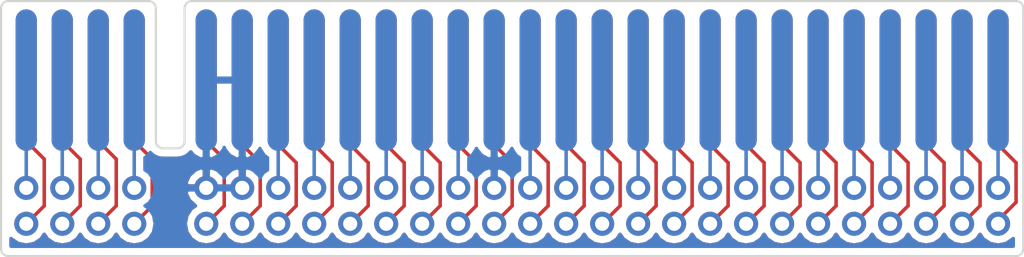
<source format=kicad_pcb>
(kicad_pcb (version 4) (host pcbnew 4.0.7)

  (general
    (links 56)
    (no_connects 1)
    (area 110.995 85.7025 186.285 114.776192)
    (thickness 1.6)
    (drawings 16)
    (tracks 137)
    (zones 0)
    (modules 2)
    (nets 53)
  )

  (page A4)
  (layers
    (0 F.Cu signal)
    (31 B.Cu signal)
    (32 B.Adhes user)
    (33 F.Adhes user)
    (34 B.Paste user)
    (35 F.Paste user)
    (36 B.SilkS user)
    (37 F.SilkS user)
    (38 B.Mask user)
    (39 F.Mask user)
    (40 Dwgs.User user)
    (41 Cmts.User user)
    (42 Eco1.User user)
    (43 Eco2.User user)
    (44 Edge.Cuts user)
    (45 Margin user)
    (46 B.CrtYd user)
    (47 F.CrtYd user)
    (48 B.Fab user)
    (49 F.Fab user)
  )

  (setup
    (last_trace_width 0.25)
    (user_trace_width 0.3)
    (user_trace_width 0.6)
    (user_trace_width 0.9)
    (user_trace_width 1.2)
    (user_trace_width 1.5)
    (user_trace_width 1.8)
    (user_trace_width 2.1)
    (user_trace_width 2.4)
    (trace_clearance 0.2)
    (zone_clearance 0.508)
    (zone_45_only no)
    (trace_min 0.2)
    (segment_width 0.2)
    (edge_width 0.15)
    (via_size 0.6)
    (via_drill 0.4)
    (via_min_size 0.4)
    (via_min_drill 0.3)
    (uvia_size 0.3)
    (uvia_drill 0.1)
    (uvias_allowed no)
    (uvia_min_size 0.2)
    (uvia_min_drill 0.1)
    (pcb_text_width 0.3)
    (pcb_text_size 1.5 1.5)
    (mod_edge_width 0.15)
    (mod_text_size 1 1)
    (mod_text_width 0.15)
    (pad_size 1.524 1.524)
    (pad_drill 0.762)
    (pad_to_mask_clearance 0.2)
    (aux_axis_origin 0 0)
    (visible_elements 7FFFFF7F)
    (pcbplotparams
      (layerselection 0x010f0_80000001)
      (usegerberextensions false)
      (usegerberattributes true)
      (excludeedgelayer true)
      (linewidth 0.100000)
      (plotframeref false)
      (viasonmask false)
      (mode 1)
      (useauxorigin false)
      (hpglpennumber 1)
      (hpglpenspeed 20)
      (hpglpendiameter 15)
      (hpglpenoverlay 2)
      (psnegative false)
      (psa4output false)
      (plotreference true)
      (plotvalue true)
      (plotinvisibletext false)
      (padsonsilk false)
      (subtractmaskfromsilk true)
      (outputformat 1)
      (mirror false)
      (drillshape 0)
      (scaleselection 1)
      (outputdirectory GERBERS/))
  )

  (net 0 "")
  (net 1 "Net-(J1-Pad28B)")
  (net 2 "Net-(J1-Pad28A)")
  (net 3 "Net-(J1-Pad27B)")
  (net 4 "Net-(J1-Pad27A)")
  (net 5 "Net-(J1-Pad26B)")
  (net 6 "Net-(J1-Pad26A)")
  (net 7 "Net-(J1-Pad25B)")
  (net 8 "Net-(J1-Pad25A)")
  (net 9 "Net-(J1-Pad24B)")
  (net 10 "Net-(J1-Pad24A)")
  (net 11 "Net-(J1-Pad23B)")
  (net 12 "Net-(J1-Pad23A)")
  (net 13 "Net-(J1-Pad22B)")
  (net 14 "Net-(J1-Pad22A)")
  (net 15 "Net-(J1-Pad21B)")
  (net 16 "Net-(J1-Pad21A)")
  (net 17 "Net-(J1-Pad20B)")
  (net 18 "Net-(J1-Pad20A)")
  (net 19 "Net-(J1-Pad19B)")
  (net 20 "Net-(J1-Pad19A)")
  (net 21 "Net-(J1-Pad18B)")
  (net 22 "Net-(J1-Pad18A)")
  (net 23 "Net-(J1-Pad17B)")
  (net 24 "Net-(J1-Pad17A)")
  (net 25 "Net-(J1-Pad16B)")
  (net 26 "Net-(J1-Pad16A)")
  (net 27 "Net-(J1-Pad15B)")
  (net 28 "Net-(J1-Pad15A)")
  (net 29 "Net-(J1-Pad14A)")
  (net 30 "Net-(J1-Pad13B)")
  (net 31 "Net-(J1-Pad13A)")
  (net 32 "Net-(J1-Pad12B)")
  (net 33 "Net-(J1-Pad12A)")
  (net 34 "Net-(J1-Pad11B)")
  (net 35 "Net-(J1-Pad11A)")
  (net 36 "Net-(J1-Pad10B)")
  (net 37 "Net-(J1-Pad10A)")
  (net 38 "Net-(J1-Pad9B)")
  (net 39 "Net-(J1-Pad9A)")
  (net 40 "Net-(J1-Pad8B)")
  (net 41 "Net-(J1-Pad8A)")
  (net 42 "Net-(J1-Pad7A)")
  (net 43 "Net-(J1-Pad6A)")
  (net 44 "Net-(J1-Pad4B)")
  (net 45 "Net-(J1-Pad4A)")
  (net 46 "Net-(J1-Pad3B)")
  (net 47 "Net-(J1-Pad3A)")
  (net 48 "Net-(J1-Pad2B)")
  (net 49 "Net-(J1-Pad2A)")
  (net 50 "Net-(J1-Pad1B)")
  (net 51 "Net-(J1-Pad1A)")
  (net 52 GND)

  (net_class Default "This is the default net class."
    (clearance 0.2)
    (trace_width 0.25)
    (via_dia 0.6)
    (via_drill 0.4)
    (uvia_dia 0.3)
    (uvia_drill 0.1)
    (add_net GND)
    (add_net "Net-(J1-Pad10A)")
    (add_net "Net-(J1-Pad10B)")
    (add_net "Net-(J1-Pad11A)")
    (add_net "Net-(J1-Pad11B)")
    (add_net "Net-(J1-Pad12A)")
    (add_net "Net-(J1-Pad12B)")
    (add_net "Net-(J1-Pad13A)")
    (add_net "Net-(J1-Pad13B)")
    (add_net "Net-(J1-Pad14A)")
    (add_net "Net-(J1-Pad15A)")
    (add_net "Net-(J1-Pad15B)")
    (add_net "Net-(J1-Pad16A)")
    (add_net "Net-(J1-Pad16B)")
    (add_net "Net-(J1-Pad17A)")
    (add_net "Net-(J1-Pad17B)")
    (add_net "Net-(J1-Pad18A)")
    (add_net "Net-(J1-Pad18B)")
    (add_net "Net-(J1-Pad19A)")
    (add_net "Net-(J1-Pad19B)")
    (add_net "Net-(J1-Pad1A)")
    (add_net "Net-(J1-Pad1B)")
    (add_net "Net-(J1-Pad20A)")
    (add_net "Net-(J1-Pad20B)")
    (add_net "Net-(J1-Pad21A)")
    (add_net "Net-(J1-Pad21B)")
    (add_net "Net-(J1-Pad22A)")
    (add_net "Net-(J1-Pad22B)")
    (add_net "Net-(J1-Pad23A)")
    (add_net "Net-(J1-Pad23B)")
    (add_net "Net-(J1-Pad24A)")
    (add_net "Net-(J1-Pad24B)")
    (add_net "Net-(J1-Pad25A)")
    (add_net "Net-(J1-Pad25B)")
    (add_net "Net-(J1-Pad26A)")
    (add_net "Net-(J1-Pad26B)")
    (add_net "Net-(J1-Pad27A)")
    (add_net "Net-(J1-Pad27B)")
    (add_net "Net-(J1-Pad28A)")
    (add_net "Net-(J1-Pad28B)")
    (add_net "Net-(J1-Pad2A)")
    (add_net "Net-(J1-Pad2B)")
    (add_net "Net-(J1-Pad3A)")
    (add_net "Net-(J1-Pad3B)")
    (add_net "Net-(J1-Pad4A)")
    (add_net "Net-(J1-Pad4B)")
    (add_net "Net-(J1-Pad6A)")
    (add_net "Net-(J1-Pad7A)")
    (add_net "Net-(J1-Pad8A)")
    (add_net "Net-(J1-Pad8B)")
    (add_net "Net-(J1-Pad9A)")
    (add_net "Net-(J1-Pad9B)")
  )

  (module G0TDJ:ZX_EDGE_HEADER_EXTEND_10 (layer F.Cu) (tedit 5C2B6AB0) (tstamp 5C2BBADA)
    (at 148.59 92.71 180)
    (path /5C2B665C)
    (fp_text reference P1 (at -33.02 6.0325 180) (layer F.SilkS) hide
      (effects (font (size 1 1) (thickness 0.15)))
    )
    (fp_text value SPECTRUM_EDGE-28x2 (at -2.54 -6.35 180) (layer F.Fab) hide
      (effects (font (size 1 1) (thickness 0.15)))
    )
    (pad 28B smd oval (at -34.29 0 180) (size 1.5 10) (layers B.Cu B.Paste B.Mask)
      (net 1 "Net-(J1-Pad28B)"))
    (pad 27B smd oval (at -31.75 0 180) (size 1.5 10) (layers B.Cu B.Paste B.Mask)
      (net 3 "Net-(J1-Pad27B)"))
    (pad 26B smd oval (at -29.21 0 180) (size 1.5 10) (layers B.Cu B.Paste B.Mask)
      (net 5 "Net-(J1-Pad26B)"))
    (pad 25B smd oval (at -26.67 0 180) (size 1.5 10) (layers B.Cu B.Paste B.Mask)
      (net 7 "Net-(J1-Pad25B)"))
    (pad 23B smd oval (at -21.59 0 180) (size 1.5 10) (layers B.Cu B.Paste B.Mask)
      (net 11 "Net-(J1-Pad23B)"))
    (pad 22B smd oval (at -19.05 0 180) (size 1.5 10) (layers B.Cu B.Paste B.Mask)
      (net 13 "Net-(J1-Pad22B)"))
    (pad 21B smd oval (at -16.51 0 180) (size 1.5 10) (layers B.Cu B.Paste B.Mask)
      (net 15 "Net-(J1-Pad21B)"))
    (pad 20B smd oval (at -13.97 0 180) (size 1.5 10) (layers B.Cu B.Paste B.Mask)
      (net 17 "Net-(J1-Pad20B)"))
    (pad 19B smd oval (at -11.43 0 180) (size 1.5 10) (layers B.Cu B.Paste B.Mask)
      (net 19 "Net-(J1-Pad19B)"))
    (pad 18B smd oval (at -8.89 0 180) (size 1.5 10) (layers B.Cu B.Paste B.Mask)
      (net 21 "Net-(J1-Pad18B)"))
    (pad 17B smd oval (at -6.35 0 180) (size 1.5 10) (layers B.Cu B.Paste B.Mask)
      (net 23 "Net-(J1-Pad17B)"))
    (pad 16B smd oval (at -3.81 0 180) (size 1.5 10) (layers B.Cu B.Paste B.Mask)
      (net 25 "Net-(J1-Pad16B)"))
    (pad 15B smd oval (at -1.27 0 180) (size 1.5 10) (layers B.Cu B.Paste B.Mask)
      (net 27 "Net-(J1-Pad15B)"))
    (pad 14B smd oval (at 1.27 0 180) (size 1.5 10) (layers B.Cu B.Paste B.Mask)
      (net 52 GND))
    (pad 13B smd oval (at 3.81 0 180) (size 1.5 10) (layers B.Cu B.Paste B.Mask)
      (net 30 "Net-(J1-Pad13B)"))
    (pad 12B smd oval (at 6.35 0 180) (size 1.5 10) (layers B.Cu B.Paste B.Mask)
      (net 32 "Net-(J1-Pad12B)"))
    (pad 11B smd oval (at 8.89 0 180) (size 1.5 10) (layers B.Cu B.Paste B.Mask)
      (net 34 "Net-(J1-Pad11B)"))
    (pad 10B smd oval (at 11.43 0 180) (size 1.5 10) (layers B.Cu B.Paste B.Mask)
      (net 36 "Net-(J1-Pad10B)"))
    (pad 9B smd oval (at 13.97 0 180) (size 1.5 10) (layers B.Cu B.Paste B.Mask)
      (net 38 "Net-(J1-Pad9B)"))
    (pad 8B smd oval (at 16.51 0 180) (size 1.5 10) (layers B.Cu B.Paste B.Mask)
      (net 40 "Net-(J1-Pad8B)"))
    (pad 7B smd oval (at 19.05 0 180) (size 1.5 10) (layers B.Cu B.Paste B.Mask)
      (net 52 GND))
    (pad 6B smd oval (at 21.59 0 180) (size 1.5 10) (layers B.Cu B.Paste B.Mask)
      (net 52 GND))
    (pad 24B smd oval (at -24.13 0 180) (size 1.5 10) (layers B.Cu B.Paste B.Mask)
      (net 9 "Net-(J1-Pad24B)"))
    (pad 4B smd oval (at 26.67 0 180) (size 1.5 10) (layers B.Cu B.Paste B.Mask)
      (net 44 "Net-(J1-Pad4B)"))
    (pad 3B smd oval (at 29.21 0 180) (size 1.5 10) (layers B.Cu B.Paste B.Mask)
      (net 46 "Net-(J1-Pad3B)"))
    (pad 2B smd oval (at 31.75 0 180) (size 1.5 10) (layers B.Cu B.Paste B.Mask)
      (net 48 "Net-(J1-Pad2B)"))
    (pad 1B smd oval (at 34.29 0 180) (size 1.5 10) (layers B.Cu B.Paste B.Mask)
      (net 50 "Net-(J1-Pad1B)"))
    (pad 1A smd oval (at 34.29 0 180) (size 1.5 10) (layers F.Cu F.Paste F.Mask)
      (net 51 "Net-(J1-Pad1A)"))
    (pad 2A smd oval (at 31.75 0 180) (size 1.5 10) (layers F.Cu F.Paste F.Mask)
      (net 49 "Net-(J1-Pad2A)"))
    (pad 3A smd oval (at 29.21 0 180) (size 1.5 10) (layers F.Cu F.Paste F.Mask)
      (net 47 "Net-(J1-Pad3A)"))
    (pad 4A smd oval (at 26.67 0 180) (size 1.5 10) (layers F.Cu F.Paste F.Mask)
      (net 45 "Net-(J1-Pad4A)"))
    (pad 24A smd oval (at -24.13 0 180) (size 1.5 10) (layers F.Cu F.Paste F.Mask)
      (net 10 "Net-(J1-Pad24A)"))
    (pad 6A smd oval (at 21.59 0 180) (size 1.5 10) (layers F.Cu F.Paste F.Mask)
      (net 43 "Net-(J1-Pad6A)"))
    (pad 7A smd oval (at 19.05 0 180) (size 1.5 10) (layers F.Cu F.Paste F.Mask)
      (net 42 "Net-(J1-Pad7A)"))
    (pad 8A smd oval (at 16.51 0 180) (size 1.5 10) (layers F.Cu F.Paste F.Mask)
      (net 41 "Net-(J1-Pad8A)"))
    (pad 9A smd oval (at 13.97 0 180) (size 1.5 10) (layers F.Cu F.Paste F.Mask)
      (net 39 "Net-(J1-Pad9A)"))
    (pad 10A smd oval (at 11.43 0 180) (size 1.5 10) (layers F.Cu F.Paste F.Mask)
      (net 37 "Net-(J1-Pad10A)"))
    (pad 11A smd oval (at 8.89 0 180) (size 1.5 10) (layers F.Cu F.Paste F.Mask)
      (net 35 "Net-(J1-Pad11A)"))
    (pad 12A smd oval (at 6.35 0 180) (size 1.5 10) (layers F.Cu F.Paste F.Mask)
      (net 33 "Net-(J1-Pad12A)"))
    (pad 13A smd oval (at 3.81 0 180) (size 1.5 10) (layers F.Cu F.Paste F.Mask)
      (net 31 "Net-(J1-Pad13A)"))
    (pad 14A smd oval (at 1.27 0 180) (size 1.5 10) (layers F.Cu F.Paste F.Mask)
      (net 29 "Net-(J1-Pad14A)"))
    (pad 15A smd oval (at -1.27 0 180) (size 1.5 10) (layers F.Cu F.Paste F.Mask)
      (net 28 "Net-(J1-Pad15A)"))
    (pad 16A smd oval (at -3.81 0 180) (size 1.5 10) (layers F.Cu F.Paste F.Mask)
      (net 26 "Net-(J1-Pad16A)"))
    (pad 17A smd oval (at -6.35 0 180) (size 1.5 10) (layers F.Cu F.Paste F.Mask)
      (net 24 "Net-(J1-Pad17A)"))
    (pad 18A smd oval (at -8.89 0 180) (size 1.5 10) (layers F.Cu F.Paste F.Mask)
      (net 22 "Net-(J1-Pad18A)"))
    (pad 19A smd oval (at -11.43 0 180) (size 1.5 10) (layers F.Cu F.Paste F.Mask)
      (net 20 "Net-(J1-Pad19A)"))
    (pad 20A smd oval (at -13.97 0 180) (size 1.5 10) (layers F.Cu F.Paste F.Mask)
      (net 18 "Net-(J1-Pad20A)"))
    (pad 21A smd oval (at -16.51 0 180) (size 1.5 10) (layers F.Cu F.Paste F.Mask)
      (net 16 "Net-(J1-Pad21A)"))
    (pad 22A smd oval (at -19.05 0 180) (size 1.5 10) (layers F.Cu F.Paste F.Mask)
      (net 14 "Net-(J1-Pad22A)"))
    (pad 23A smd oval (at -21.59 0 180) (size 1.5 10) (layers F.Cu F.Paste F.Mask)
      (net 12 "Net-(J1-Pad23A)"))
    (pad 25A smd oval (at -26.67 0 180) (size 1.5 10) (layers F.Cu F.Paste F.Mask)
      (net 8 "Net-(J1-Pad25A)"))
    (pad 26A smd oval (at -29.21 0 180) (size 1.5 10) (layers F.Cu F.Paste F.Mask)
      (net 6 "Net-(J1-Pad26A)"))
    (pad 27A smd oval (at -31.75 0 180) (size 1.5 10) (layers F.Cu F.Paste F.Mask)
      (net 4 "Net-(J1-Pad27A)"))
    (pad 28A smd oval (at -34.29 0 180) (size 1.5 10) (layers F.Cu F.Paste F.Mask)
      (net 2 "Net-(J1-Pad28A)"))
  )

  (module G0TDJ:Spectrum_Pin_Header_Straight_2x28_Pitch2.54mm (layer F.Cu) (tedit 5C2B6ABC) (tstamp 5C2BBAA0)
    (at 182.88 100.33 270)
    (descr "Through hole straight pin header, 2x28, 2.54mm pitch, double rows")
    (tags "Through hole pin header THT 2x28 2.54mm double row")
    (path /5C2B65E3)
    (fp_text reference J1 (at 1.27 -2.33 270) (layer F.SilkS) hide
      (effects (font (size 1 1) (thickness 0.15)))
    )
    (fp_text value Spectrum_Conn_02x28_Pin_Header (at 1.27 70.91 270) (layer F.Fab) hide
      (effects (font (size 1 1) (thickness 0.15)))
    )
    (fp_line (start -1.27 0) (end -1.27 -1.27) (layer F.Fab) (width 0.1))
    (fp_line (start 0 -1.27) (end -1.27 -1.27) (layer F.Fab) (width 0.1))
    (fp_line (start 0 -1.27) (end 3.81 -1.27) (layer F.Fab) (width 0.1))
    (fp_line (start 3.81 -1.27) (end 3.81 69.85) (layer F.Fab) (width 0.1))
    (fp_line (start 3.81 69.85) (end -1.27 69.85) (layer F.Fab) (width 0.1))
    (fp_line (start -1.27 69.85) (end -1.27 0) (layer F.Fab) (width 0.1))
    (fp_line (start -1.8 -1.8) (end -1.8 70.35) (layer F.CrtYd) (width 0.05))
    (fp_line (start -1.8 70.35) (end 4.35 70.35) (layer F.CrtYd) (width 0.05))
    (fp_line (start 4.35 70.35) (end 4.35 -1.8) (layer F.CrtYd) (width 0.05))
    (fp_line (start 4.35 -1.8) (end -1.8 -1.8) (layer F.CrtYd) (width 0.05))
    (fp_text user %R (at 1.27 34.29 360) (layer F.Fab) hide
      (effects (font (size 1 1) (thickness 0.15)))
    )
    (pad 28B thru_hole circle (at 0 0 270) (size 1.7 1.7) (drill 1) (layers *.Cu *.Mask)
      (net 1 "Net-(J1-Pad28B)"))
    (pad 28A thru_hole oval (at 2.54 0 270) (size 1.7 1.7) (drill 1) (layers *.Cu *.Mask)
      (net 2 "Net-(J1-Pad28A)"))
    (pad 27B thru_hole oval (at 0 2.54 270) (size 1.7 1.7) (drill 1) (layers *.Cu *.Mask)
      (net 3 "Net-(J1-Pad27B)"))
    (pad 27A thru_hole oval (at 2.54 2.54 270) (size 1.7 1.7) (drill 1) (layers *.Cu *.Mask)
      (net 4 "Net-(J1-Pad27A)"))
    (pad 26B thru_hole oval (at 0 5.08 270) (size 1.7 1.7) (drill 1) (layers *.Cu *.Mask)
      (net 5 "Net-(J1-Pad26B)"))
    (pad 26A thru_hole oval (at 2.54 5.08 270) (size 1.7 1.7) (drill 1) (layers *.Cu *.Mask)
      (net 6 "Net-(J1-Pad26A)"))
    (pad 25B thru_hole oval (at 0 7.62 270) (size 1.7 1.7) (drill 1) (layers *.Cu *.Mask)
      (net 7 "Net-(J1-Pad25B)"))
    (pad 25A thru_hole oval (at 2.54 7.62 270) (size 1.7 1.7) (drill 1) (layers *.Cu *.Mask)
      (net 8 "Net-(J1-Pad25A)"))
    (pad 24B thru_hole oval (at 0 10.16 270) (size 1.7 1.7) (drill 1) (layers *.Cu *.Mask)
      (net 9 "Net-(J1-Pad24B)"))
    (pad 24A thru_hole oval (at 2.54 10.16 270) (size 1.7 1.7) (drill 1) (layers *.Cu *.Mask)
      (net 10 "Net-(J1-Pad24A)"))
    (pad 23B thru_hole oval (at 0 12.7 270) (size 1.7 1.7) (drill 1) (layers *.Cu *.Mask)
      (net 11 "Net-(J1-Pad23B)"))
    (pad 23A thru_hole oval (at 2.54 12.7 270) (size 1.7 1.7) (drill 1) (layers *.Cu *.Mask)
      (net 12 "Net-(J1-Pad23A)"))
    (pad 22B thru_hole oval (at 0 15.24 270) (size 1.7 1.7) (drill 1) (layers *.Cu *.Mask)
      (net 13 "Net-(J1-Pad22B)"))
    (pad 22A thru_hole oval (at 2.54 15.24 270) (size 1.7 1.7) (drill 1) (layers *.Cu *.Mask)
      (net 14 "Net-(J1-Pad22A)"))
    (pad 21B thru_hole oval (at 0 17.78 270) (size 1.7 1.7) (drill 1) (layers *.Cu *.Mask)
      (net 15 "Net-(J1-Pad21B)"))
    (pad 21A thru_hole oval (at 2.54 17.78 270) (size 1.7 1.7) (drill 1) (layers *.Cu *.Mask)
      (net 16 "Net-(J1-Pad21A)"))
    (pad 20B thru_hole oval (at 0 20.32 270) (size 1.7 1.7) (drill 1) (layers *.Cu *.Mask)
      (net 17 "Net-(J1-Pad20B)"))
    (pad 20A thru_hole oval (at 2.54 20.32 270) (size 1.7 1.7) (drill 1) (layers *.Cu *.Mask)
      (net 18 "Net-(J1-Pad20A)"))
    (pad 19B thru_hole oval (at 0 22.86 270) (size 1.7 1.7) (drill 1) (layers *.Cu *.Mask)
      (net 19 "Net-(J1-Pad19B)"))
    (pad 19A thru_hole oval (at 2.54 22.86 270) (size 1.7 1.7) (drill 1) (layers *.Cu *.Mask)
      (net 20 "Net-(J1-Pad19A)"))
    (pad 18B thru_hole oval (at 0 25.4 270) (size 1.7 1.7) (drill 1) (layers *.Cu *.Mask)
      (net 21 "Net-(J1-Pad18B)"))
    (pad 18A thru_hole oval (at 2.54 25.4 270) (size 1.7 1.7) (drill 1) (layers *.Cu *.Mask)
      (net 22 "Net-(J1-Pad18A)"))
    (pad 17B thru_hole oval (at 0 27.94 270) (size 1.7 1.7) (drill 1) (layers *.Cu *.Mask)
      (net 23 "Net-(J1-Pad17B)"))
    (pad 17A thru_hole oval (at 2.54 27.94 270) (size 1.7 1.7) (drill 1) (layers *.Cu *.Mask)
      (net 24 "Net-(J1-Pad17A)"))
    (pad 16B thru_hole oval (at 0 30.48 270) (size 1.7 1.7) (drill 1) (layers *.Cu *.Mask)
      (net 25 "Net-(J1-Pad16B)"))
    (pad 16A thru_hole oval (at 2.54 30.48 270) (size 1.7 1.7) (drill 1) (layers *.Cu *.Mask)
      (net 26 "Net-(J1-Pad16A)"))
    (pad 15B thru_hole oval (at 0 33.02 270) (size 1.7 1.7) (drill 1) (layers *.Cu *.Mask)
      (net 27 "Net-(J1-Pad15B)"))
    (pad 15A thru_hole oval (at 2.54 33.02 270) (size 1.7 1.7) (drill 1) (layers *.Cu *.Mask)
      (net 28 "Net-(J1-Pad15A)"))
    (pad 14B thru_hole oval (at 0 35.56 270) (size 1.7 1.7) (drill 1) (layers *.Cu *.Mask)
      (net 52 GND))
    (pad 14A thru_hole oval (at 2.54 35.56 270) (size 1.7 1.7) (drill 1) (layers *.Cu *.Mask)
      (net 29 "Net-(J1-Pad14A)"))
    (pad 13B thru_hole oval (at 0 38.1 270) (size 1.7 1.7) (drill 1) (layers *.Cu *.Mask)
      (net 30 "Net-(J1-Pad13B)"))
    (pad 13A thru_hole oval (at 2.54 38.1 270) (size 1.7 1.7) (drill 1) (layers *.Cu *.Mask)
      (net 31 "Net-(J1-Pad13A)"))
    (pad 12B thru_hole oval (at 0 40.64 270) (size 1.7 1.7) (drill 1) (layers *.Cu *.Mask)
      (net 32 "Net-(J1-Pad12B)"))
    (pad 12A thru_hole oval (at 2.54 40.64 270) (size 1.7 1.7) (drill 1) (layers *.Cu *.Mask)
      (net 33 "Net-(J1-Pad12A)"))
    (pad 11B thru_hole oval (at 0 43.18 270) (size 1.7 1.7) (drill 1) (layers *.Cu *.Mask)
      (net 34 "Net-(J1-Pad11B)"))
    (pad 11A thru_hole oval (at 2.54 43.18 270) (size 1.7 1.7) (drill 1) (layers *.Cu *.Mask)
      (net 35 "Net-(J1-Pad11A)"))
    (pad 10B thru_hole oval (at 0 45.72 270) (size 1.7 1.7) (drill 1) (layers *.Cu *.Mask)
      (net 36 "Net-(J1-Pad10B)"))
    (pad 10A thru_hole oval (at 2.54 45.72 270) (size 1.7 1.7) (drill 1) (layers *.Cu *.Mask)
      (net 37 "Net-(J1-Pad10A)"))
    (pad 9B thru_hole oval (at 0 48.26 270) (size 1.7 1.7) (drill 1) (layers *.Cu *.Mask)
      (net 38 "Net-(J1-Pad9B)"))
    (pad 9A thru_hole oval (at 2.54 48.26 270) (size 1.7 1.7) (drill 1) (layers *.Cu *.Mask)
      (net 39 "Net-(J1-Pad9A)"))
    (pad 8B thru_hole oval (at 0 50.8 270) (size 1.7 1.7) (drill 1) (layers *.Cu *.Mask)
      (net 40 "Net-(J1-Pad8B)"))
    (pad 8A thru_hole oval (at 2.54 50.8 270) (size 1.7 1.7) (drill 1) (layers *.Cu *.Mask)
      (net 41 "Net-(J1-Pad8A)"))
    (pad 7B thru_hole oval (at 0 53.34 270) (size 1.7 1.7) (drill 1) (layers *.Cu *.Mask)
      (net 52 GND))
    (pad 7A thru_hole oval (at 2.54 53.34 270) (size 1.7 1.7) (drill 1) (layers *.Cu *.Mask)
      (net 42 "Net-(J1-Pad7A)"))
    (pad 6B thru_hole oval (at 0 55.88 270) (size 1.7 1.7) (drill 1) (layers *.Cu *.Mask)
      (net 52 GND))
    (pad 6A thru_hole oval (at 2.54 55.88 270) (size 1.7 1.7) (drill 1) (layers *.Cu *.Mask)
      (net 43 "Net-(J1-Pad6A)"))
    (pad 4B thru_hole oval (at 0 60.96 270) (size 1.7 1.7) (drill 1) (layers *.Cu *.Mask)
      (net 44 "Net-(J1-Pad4B)"))
    (pad 4A thru_hole oval (at 2.54 60.96 270) (size 1.7 1.7) (drill 1) (layers *.Cu *.Mask)
      (net 45 "Net-(J1-Pad4A)"))
    (pad 3B thru_hole oval (at 0 63.5 270) (size 1.7 1.7) (drill 1) (layers *.Cu *.Mask)
      (net 46 "Net-(J1-Pad3B)"))
    (pad 3A thru_hole oval (at 2.54 63.5 270) (size 1.7 1.7) (drill 1) (layers *.Cu *.Mask)
      (net 47 "Net-(J1-Pad3A)"))
    (pad 2B thru_hole oval (at 0 66.04 270) (size 1.7 1.7) (drill 1) (layers *.Cu *.Mask)
      (net 48 "Net-(J1-Pad2B)"))
    (pad 2A thru_hole oval (at 2.54 66.04 270) (size 1.7 1.7) (drill 1) (layers *.Cu *.Mask)
      (net 49 "Net-(J1-Pad2A)"))
    (pad 1B thru_hole oval (at 0 68.58 270) (size 1.7 1.7) (drill 1) (layers *.Cu *.Mask)
      (net 50 "Net-(J1-Pad1B)"))
    (pad 1A thru_hole oval (at 2.54 68.58 270) (size 1.7 1.7) (drill 1) (layers *.Cu *.Mask)
      (net 51 "Net-(J1-Pad1A)"))
    (model ${KISYS3DMOD}/Pin_Headers.3dshapes/Pin_Header_Straight_2x28_Pitch2.54mm.wrl
      (at (xyz 0 0 0))
      (scale (xyz 1 1 1))
      (rotate (xyz 0 0 0))
    )
  )

  (gr_line (start 122.936 87.122) (end 113.03 87.122) (angle 90) (layer Edge.Cuts) (width 0.15))
  (gr_line (start 184.15 87.122) (end 125.984 87.122) (angle 90) (layer Edge.Cuts) (width 0.15))
  (gr_line (start 112.522 87.63) (end 112.522 104.648) (angle 90) (layer Edge.Cuts) (width 0.15))
  (gr_line (start 184.658 104.648) (end 184.658 87.63) (angle 90) (layer Edge.Cuts) (width 0.15))
  (gr_line (start 123.444 87.63) (end 123.444 97.028) (angle 90) (layer Edge.Cuts) (width 0.15))
  (gr_line (start 125.476 97.028) (end 125.476 87.63) (angle 90) (layer Edge.Cuts) (width 0.15))
  (gr_line (start 123.952 97.536) (end 124.968 97.536) (angle 90) (layer Edge.Cuts) (width 0.15))
  (gr_line (start 184.15 105.156) (end 113.03 105.156) (angle 90) (layer Edge.Cuts) (width 0.15))
  (gr_arc (start 113.03 104.648) (end 113.03 105.156) (angle 90) (layer Edge.Cuts) (width 0.15))
  (gr_arc (start 113.03 87.63) (end 112.522 87.63) (angle 90) (layer Edge.Cuts) (width 0.15))
  (gr_arc (start 184.15 87.63) (end 184.15 87.122) (angle 90) (layer Edge.Cuts) (width 0.15))
  (gr_arc (start 184.15 104.648) (end 184.658 104.648) (angle 90) (layer Edge.Cuts) (width 0.15))
  (gr_arc (start 124.968 97.028) (end 125.476 97.028) (angle 90) (layer Edge.Cuts) (width 0.15))
  (gr_arc (start 123.952 97.028) (end 123.952 97.536) (angle 90) (layer Edge.Cuts) (width 0.15))
  (gr_arc (start 125.984 87.63) (end 125.476 87.63) (angle 90) (layer Edge.Cuts) (width 0.15))
  (gr_arc (start 122.936 87.63) (end 122.936 87.122) (angle 90) (layer Edge.Cuts) (width 0.15))

  (segment (start 182.88 100.33) (end 182.88 92.71) (width 0.25) (layer B.Cu) (net 1))
  (segment (start 182.88 102.87) (end 182.88 102.616) (width 0.25) (layer F.Cu) (net 2))
  (segment (start 182.88 102.616) (end 184.15 101.346) (width 0.25) (layer F.Cu) (net 2) (tstamp 5C2BF79E))
  (segment (start 184.15 101.346) (end 184.15 98.552) (width 0.25) (layer F.Cu) (net 2) (tstamp 5C2BF79F))
  (segment (start 184.15 98.552) (end 182.88 97.282) (width 0.25) (layer F.Cu) (net 2) (tstamp 5C2BF7A1))
  (segment (start 182.88 97.282) (end 182.88 92.71) (width 0.25) (layer F.Cu) (net 2) (tstamp 5C2BF7A6))
  (segment (start 180.34 100.33) (end 180.34 92.71) (width 0.25) (layer B.Cu) (net 3))
  (segment (start 180.34 102.87) (end 181.61 101.6) (width 0.25) (layer F.Cu) (net 4))
  (segment (start 181.61 98.552) (end 180.34 97.282) (width 0.25) (layer F.Cu) (net 4) (tstamp 5C2BF799))
  (segment (start 181.61 101.6) (end 181.61 98.552) (width 0.25) (layer F.Cu) (net 4) (tstamp 5C2BF798))
  (segment (start 180.34 97.282) (end 180.34 92.71) (width 0.25) (layer F.Cu) (net 4) (tstamp 5C2BF79A))
  (segment (start 177.8 100.33) (end 177.8 92.71) (width 0.25) (layer B.Cu) (net 5))
  (segment (start 177.8 102.87) (end 179.07 101.6) (width 0.25) (layer F.Cu) (net 6))
  (segment (start 179.07 98.552) (end 177.8 97.282) (width 0.25) (layer F.Cu) (net 6) (tstamp 5C2BF793))
  (segment (start 179.07 101.6) (end 179.07 98.552) (width 0.25) (layer F.Cu) (net 6) (tstamp 5C2BF792))
  (segment (start 177.8 97.282) (end 177.8 92.71) (width 0.25) (layer F.Cu) (net 6) (tstamp 5C2BF794))
  (segment (start 175.26 100.33) (end 175.26 92.71) (width 0.25) (layer B.Cu) (net 7))
  (segment (start 175.26 102.87) (end 176.53 101.6) (width 0.25) (layer F.Cu) (net 8))
  (segment (start 176.53 98.552) (end 175.26 97.282) (width 0.25) (layer F.Cu) (net 8) (tstamp 5C2BF78D))
  (segment (start 176.53 101.6) (end 176.53 98.552) (width 0.25) (layer F.Cu) (net 8) (tstamp 5C2BF78C))
  (segment (start 175.26 97.282) (end 175.26 92.71) (width 0.25) (layer F.Cu) (net 8) (tstamp 5C2BF78E))
  (segment (start 172.72 100.33) (end 172.72 92.71) (width 0.25) (layer B.Cu) (net 9))
  (segment (start 172.72 102.87) (end 173.99 101.6) (width 0.25) (layer F.Cu) (net 10))
  (segment (start 173.99 98.552) (end 172.72 97.282) (width 0.25) (layer F.Cu) (net 10) (tstamp 5C2BF787))
  (segment (start 173.99 101.6) (end 173.99 98.552) (width 0.25) (layer F.Cu) (net 10) (tstamp 5C2BF786))
  (segment (start 172.72 97.282) (end 172.72 92.71) (width 0.25) (layer F.Cu) (net 10) (tstamp 5C2BF788))
  (segment (start 170.18 100.33) (end 170.18 92.71) (width 0.25) (layer B.Cu) (net 11))
  (segment (start 170.18 102.87) (end 171.45 101.6) (width 0.25) (layer F.Cu) (net 12))
  (segment (start 171.45 98.552) (end 170.18 97.282) (width 0.25) (layer F.Cu) (net 12) (tstamp 5C2BF77C))
  (segment (start 171.45 101.6) (end 171.45 98.552) (width 0.25) (layer F.Cu) (net 12) (tstamp 5C2BF77B))
  (segment (start 170.18 97.282) (end 170.18 92.71) (width 0.25) (layer F.Cu) (net 12) (tstamp 5C2BF77D))
  (segment (start 167.64 100.33) (end 167.64 92.71) (width 0.25) (layer B.Cu) (net 13))
  (segment (start 167.64 102.87) (end 168.91 101.6) (width 0.25) (layer F.Cu) (net 14))
  (segment (start 168.91 98.552) (end 167.64 97.282) (width 0.25) (layer F.Cu) (net 14) (tstamp 5C2BF776))
  (segment (start 168.91 101.6) (end 168.91 98.552) (width 0.25) (layer F.Cu) (net 14) (tstamp 5C2BF775))
  (segment (start 167.64 97.282) (end 167.64 92.71) (width 0.25) (layer F.Cu) (net 14) (tstamp 5C2BF777))
  (segment (start 165.1 100.33) (end 165.1 92.71) (width 0.25) (layer B.Cu) (net 15))
  (segment (start 165.1 102.87) (end 166.37 101.6) (width 0.25) (layer F.Cu) (net 16))
  (segment (start 166.37 98.552) (end 165.1 97.282) (width 0.25) (layer F.Cu) (net 16) (tstamp 5C2BF770))
  (segment (start 166.37 101.6) (end 166.37 98.552) (width 0.25) (layer F.Cu) (net 16) (tstamp 5C2BF76F))
  (segment (start 165.1 97.282) (end 165.1 92.71) (width 0.25) (layer F.Cu) (net 16) (tstamp 5C2BF771))
  (segment (start 162.56 100.33) (end 162.56 92.71) (width 0.25) (layer B.Cu) (net 17))
  (segment (start 162.56 102.87) (end 163.83 101.6) (width 0.25) (layer F.Cu) (net 18))
  (segment (start 163.83 98.552) (end 162.56 97.282) (width 0.25) (layer F.Cu) (net 18) (tstamp 5C2BF76A))
  (segment (start 163.83 101.6) (end 163.83 98.552) (width 0.25) (layer F.Cu) (net 18) (tstamp 5C2BF769))
  (segment (start 162.56 97.282) (end 162.56 92.71) (width 0.25) (layer F.Cu) (net 18) (tstamp 5C2BF76B))
  (segment (start 160.02 100.33) (end 160.02 92.71) (width 0.25) (layer B.Cu) (net 19))
  (segment (start 160.02 102.87) (end 161.29 101.6) (width 0.25) (layer F.Cu) (net 20))
  (segment (start 161.29 98.552) (end 160.02 97.282) (width 0.25) (layer F.Cu) (net 20) (tstamp 5C2BF764))
  (segment (start 161.29 101.6) (end 161.29 98.552) (width 0.25) (layer F.Cu) (net 20) (tstamp 5C2BF763))
  (segment (start 160.02 97.282) (end 160.02 92.71) (width 0.25) (layer F.Cu) (net 20) (tstamp 5C2BF765))
  (segment (start 157.48 100.33) (end 157.48 92.71) (width 0.25) (layer B.Cu) (net 21))
  (segment (start 157.48 102.87) (end 158.75 101.6) (width 0.25) (layer F.Cu) (net 22))
  (segment (start 158.75 98.552) (end 157.48 97.282) (width 0.25) (layer F.Cu) (net 22) (tstamp 5C2BF75E))
  (segment (start 158.75 101.6) (end 158.75 98.552) (width 0.25) (layer F.Cu) (net 22) (tstamp 5C2BF75D))
  (segment (start 157.48 97.282) (end 157.48 92.71) (width 0.25) (layer F.Cu) (net 22) (tstamp 5C2BF75F))
  (segment (start 154.94 100.33) (end 154.94 92.71) (width 0.25) (layer B.Cu) (net 23))
  (segment (start 154.94 102.87) (end 156.21 101.6) (width 0.25) (layer F.Cu) (net 24))
  (segment (start 156.21 98.552) (end 154.94 97.282) (width 0.25) (layer F.Cu) (net 24) (tstamp 5C2BF758))
  (segment (start 156.21 101.6) (end 156.21 98.552) (width 0.25) (layer F.Cu) (net 24) (tstamp 5C2BF757))
  (segment (start 154.94 97.282) (end 154.94 92.71) (width 0.25) (layer F.Cu) (net 24) (tstamp 5C2BF759))
  (segment (start 152.4 100.33) (end 152.4 92.71) (width 0.25) (layer B.Cu) (net 25))
  (segment (start 152.4 102.87) (end 153.67 101.6) (width 0.25) (layer F.Cu) (net 26))
  (segment (start 153.67 98.552) (end 152.4 97.282) (width 0.25) (layer F.Cu) (net 26) (tstamp 5C2BF752))
  (segment (start 153.67 101.6) (end 153.67 98.552) (width 0.25) (layer F.Cu) (net 26) (tstamp 5C2BF751))
  (segment (start 152.4 97.282) (end 152.4 92.71) (width 0.25) (layer F.Cu) (net 26) (tstamp 5C2BF753))
  (segment (start 149.86 100.33) (end 149.86 92.71) (width 0.25) (layer B.Cu) (net 27))
  (segment (start 149.86 102.87) (end 151.13 101.6) (width 0.25) (layer F.Cu) (net 28))
  (segment (start 151.13 98.552) (end 149.86 97.282) (width 0.25) (layer F.Cu) (net 28) (tstamp 5C2BF74C))
  (segment (start 151.13 101.6) (end 151.13 98.552) (width 0.25) (layer F.Cu) (net 28) (tstamp 5C2BF74B))
  (segment (start 149.86 97.282) (end 149.86 92.71) (width 0.25) (layer F.Cu) (net 28) (tstamp 5C2BF74D))
  (segment (start 147.32 102.87) (end 148.59 101.6) (width 0.25) (layer F.Cu) (net 29))
  (segment (start 148.59 98.552) (end 147.32 97.282) (width 0.25) (layer F.Cu) (net 29) (tstamp 5C2BF746))
  (segment (start 148.59 101.6) (end 148.59 98.552) (width 0.25) (layer F.Cu) (net 29) (tstamp 5C2BF745))
  (segment (start 147.32 97.282) (end 147.32 92.71) (width 0.25) (layer F.Cu) (net 29) (tstamp 5C2BF747))
  (segment (start 144.78 100.33) (end 144.78 92.71) (width 0.25) (layer B.Cu) (net 30))
  (segment (start 144.78 102.87) (end 146.05 101.6) (width 0.25) (layer F.Cu) (net 31))
  (segment (start 146.05 98.552) (end 144.78 97.282) (width 0.25) (layer F.Cu) (net 31) (tstamp 5C2BF740))
  (segment (start 146.05 101.6) (end 146.05 98.552) (width 0.25) (layer F.Cu) (net 31) (tstamp 5C2BF73F))
  (segment (start 144.78 97.282) (end 144.78 92.71) (width 0.25) (layer F.Cu) (net 31) (tstamp 5C2BF741))
  (segment (start 142.24 100.33) (end 142.24 92.71) (width 0.25) (layer B.Cu) (net 32))
  (segment (start 142.24 102.87) (end 143.51 101.6) (width 0.25) (layer F.Cu) (net 33))
  (segment (start 143.51 98.552) (end 142.24 97.282) (width 0.25) (layer F.Cu) (net 33) (tstamp 5C2BF737))
  (segment (start 143.51 101.6) (end 143.51 98.552) (width 0.25) (layer F.Cu) (net 33) (tstamp 5C2BF734))
  (segment (start 142.24 97.282) (end 142.24 92.71) (width 0.25) (layer F.Cu) (net 33) (tstamp 5C2BF73B))
  (segment (start 139.7 100.33) (end 139.7 92.71) (width 0.25) (layer B.Cu) (net 34))
  (segment (start 139.7 102.87) (end 140.97 101.6) (width 0.25) (layer F.Cu) (net 35))
  (segment (start 140.97 98.552) (end 139.7 97.282) (width 0.25) (layer F.Cu) (net 35) (tstamp 5C2BF72E))
  (segment (start 140.97 101.6) (end 140.97 98.552) (width 0.25) (layer F.Cu) (net 35) (tstamp 5C2BF72D))
  (segment (start 139.7 97.282) (end 139.7 92.71) (width 0.25) (layer F.Cu) (net 35) (tstamp 5C2BF72F))
  (segment (start 137.16 100.33) (end 137.16 92.71) (width 0.25) (layer B.Cu) (net 36))
  (segment (start 137.16 102.87) (end 138.43 101.6) (width 0.25) (layer F.Cu) (net 37))
  (segment (start 138.43 98.552) (end 137.16 97.282) (width 0.25) (layer F.Cu) (net 37) (tstamp 5C2BF728))
  (segment (start 138.43 101.6) (end 138.43 98.552) (width 0.25) (layer F.Cu) (net 37) (tstamp 5C2BF727))
  (segment (start 137.16 97.282) (end 137.16 92.71) (width 0.25) (layer F.Cu) (net 37) (tstamp 5C2BF729))
  (segment (start 134.62 100.33) (end 134.62 92.71) (width 0.25) (layer B.Cu) (net 38))
  (segment (start 134.62 102.87) (end 135.89 101.6) (width 0.25) (layer F.Cu) (net 39))
  (segment (start 135.89 98.552) (end 134.62 97.282) (width 0.25) (layer F.Cu) (net 39) (tstamp 5C2BF722))
  (segment (start 135.89 101.6) (end 135.89 98.552) (width 0.25) (layer F.Cu) (net 39) (tstamp 5C2BF721))
  (segment (start 134.62 97.282) (end 134.62 92.71) (width 0.25) (layer F.Cu) (net 39) (tstamp 5C2BF723))
  (segment (start 132.08 100.33) (end 132.08 92.71) (width 0.25) (layer B.Cu) (net 40))
  (segment (start 132.08 102.87) (end 133.35 101.6) (width 0.25) (layer F.Cu) (net 41))
  (segment (start 133.35 98.552) (end 132.08 97.282) (width 0.25) (layer F.Cu) (net 41) (tstamp 5C2BF71C))
  (segment (start 133.35 101.6) (end 133.35 98.552) (width 0.25) (layer F.Cu) (net 41) (tstamp 5C2BF71B))
  (segment (start 132.08 97.282) (end 132.08 92.71) (width 0.25) (layer F.Cu) (net 41) (tstamp 5C2BF71D))
  (segment (start 129.54 102.87) (end 130.81 101.6) (width 0.25) (layer F.Cu) (net 42))
  (segment (start 130.81 98.552) (end 129.54 97.282) (width 0.25) (layer F.Cu) (net 42) (tstamp 5C2BF715))
  (segment (start 130.81 101.6) (end 130.81 98.552) (width 0.25) (layer F.Cu) (net 42) (tstamp 5C2BF714))
  (segment (start 129.54 97.282) (end 129.54 92.71) (width 0.25) (layer F.Cu) (net 42) (tstamp 5C2BF717))
  (segment (start 127 102.87) (end 128.27 101.6) (width 0.25) (layer F.Cu) (net 43))
  (segment (start 128.27 98.298) (end 127 97.028) (width 0.25) (layer F.Cu) (net 43) (tstamp 5C2BF70D))
  (segment (start 128.27 101.6) (end 128.27 98.298) (width 0.25) (layer F.Cu) (net 43) (tstamp 5C2BF70B))
  (segment (start 127 97.028) (end 127 92.71) (width 0.25) (layer F.Cu) (net 43) (tstamp 5C2BF710))
  (segment (start 121.92 92.71) (end 121.92 100.33) (width 0.25) (layer B.Cu) (net 44))
  (segment (start 121.92 102.87) (end 123.19 101.6) (width 0.25) (layer F.Cu) (net 45))
  (segment (start 123.19 98.298) (end 121.92 97.028) (width 0.25) (layer F.Cu) (net 45) (tstamp 5C2BF6FA))
  (segment (start 123.19 101.6) (end 123.19 98.298) (width 0.25) (layer F.Cu) (net 45) (tstamp 5C2BF6F4))
  (segment (start 121.92 97.028) (end 121.92 92.71) (width 0.25) (layer F.Cu) (net 45) (tstamp 5C2BF6FC))
  (segment (start 119.38 92.71) (end 119.38 100.33) (width 0.25) (layer B.Cu) (net 46))
  (segment (start 119.38 102.87) (end 120.65 101.6) (width 0.25) (layer F.Cu) (net 47))
  (segment (start 120.65 98.298) (end 119.38 97.028) (width 0.25) (layer F.Cu) (net 47) (tstamp 5C2BF6EE))
  (segment (start 120.65 101.6) (end 120.65 98.298) (width 0.25) (layer F.Cu) (net 47) (tstamp 5C2BF6EC))
  (segment (start 119.38 97.028) (end 119.38 92.71) (width 0.25) (layer F.Cu) (net 47) (tstamp 5C2BF6F0))
  (segment (start 116.84 92.71) (end 116.84 100.33) (width 0.25) (layer B.Cu) (net 48))
  (segment (start 116.84 102.87) (end 118.11 101.6) (width 0.25) (layer F.Cu) (net 49))
  (segment (start 118.11 98.298) (end 116.84 97.028) (width 0.25) (layer F.Cu) (net 49) (tstamp 5C2BF6E4))
  (segment (start 118.11 101.6) (end 118.11 98.298) (width 0.25) (layer F.Cu) (net 49) (tstamp 5C2BF6E2))
  (segment (start 116.84 97.028) (end 116.84 92.71) (width 0.25) (layer F.Cu) (net 49) (tstamp 5C2BF6E8))
  (segment (start 114.3 92.71) (end 114.3 100.33) (width 0.25) (layer B.Cu) (net 50))
  (segment (start 114.3 102.87) (end 115.57 101.6) (width 0.25) (layer F.Cu) (net 51))
  (segment (start 115.57 98.298) (end 114.3 97.028) (width 0.25) (layer F.Cu) (net 51) (tstamp 5C2BF6DC))
  (segment (start 115.57 101.6) (end 115.57 98.298) (width 0.25) (layer F.Cu) (net 51) (tstamp 5C2BF6DB))
  (segment (start 114.3 97.028) (end 114.3 92.71) (width 0.25) (layer F.Cu) (net 51) (tstamp 5C2BF6DE))
  (segment (start 147.32 100.33) (end 147.32 92.71) (width 0.25) (layer B.Cu) (net 52))
  (segment (start 127 96.52) (end 127 92.71) (width 0.25) (layer B.Cu) (net 52) (tstamp 5C2BBEDE))
  (segment (start 129.54 96.52) (end 129.54 92.71) (width 0.25) (layer B.Cu) (net 52) (tstamp 5C2BBEE4))
  (segment (start 147.32 96.52) (end 147.32 92.71) (width 0.25) (layer B.Cu) (net 52) (tstamp 5C2BBF0E))

  (zone (net 52) (net_name GND) (layer F.Cu) (tstamp 5C2BC0AC) (hatch edge 0.508)
    (connect_pads (clearance 0.508))
    (min_thickness 0.254)
    (fill yes (arc_segments 16) (thermal_gap 0.508) (thermal_bridge_width 0.508))
    (polygon
      (pts
        (xy 184.658 105.156) (xy 112.522 105.156) (xy 112.522 87.122) (xy 184.658 87.122)
      )
    )
    (filled_polygon
      (pts
        (xy 126.020657 98.049739) (xy 126.469983 98.349969) (xy 127 98.455396) (xy 127.294095 98.396897) (xy 127.51 98.612802)
        (xy 127.51 98.95194) (xy 127.35689 98.888524) (xy 127.127 99.009845) (xy 127.127 100.203) (xy 127.147 100.203)
        (xy 127.147 100.457) (xy 127.127 100.457) (xy 127.127 100.477) (xy 126.873 100.477) (xy 126.873 100.457)
        (xy 125.679181 100.457) (xy 125.558514 100.686892) (xy 125.804817 101.211358) (xy 126.233076 101.601645) (xy 126.233101 101.601655)
        (xy 125.949946 101.790853) (xy 125.628039 102.272622) (xy 125.515 102.840907) (xy 125.515 102.899093) (xy 125.628039 103.467378)
        (xy 125.949946 103.949147) (xy 126.431715 104.271054) (xy 127 104.384093) (xy 127.568285 104.271054) (xy 128.050054 103.949147)
        (xy 128.27 103.619974) (xy 128.489946 103.949147) (xy 128.971715 104.271054) (xy 129.54 104.384093) (xy 130.108285 104.271054)
        (xy 130.590054 103.949147) (xy 130.81 103.619974) (xy 131.029946 103.949147) (xy 131.511715 104.271054) (xy 132.08 104.384093)
        (xy 132.648285 104.271054) (xy 133.130054 103.949147) (xy 133.35 103.619974) (xy 133.569946 103.949147) (xy 134.051715 104.271054)
        (xy 134.62 104.384093) (xy 135.188285 104.271054) (xy 135.670054 103.949147) (xy 135.89 103.619974) (xy 136.109946 103.949147)
        (xy 136.591715 104.271054) (xy 137.16 104.384093) (xy 137.728285 104.271054) (xy 138.210054 103.949147) (xy 138.43 103.619974)
        (xy 138.649946 103.949147) (xy 139.131715 104.271054) (xy 139.7 104.384093) (xy 140.268285 104.271054) (xy 140.750054 103.949147)
        (xy 140.97 103.619974) (xy 141.189946 103.949147) (xy 141.671715 104.271054) (xy 142.24 104.384093) (xy 142.808285 104.271054)
        (xy 143.290054 103.949147) (xy 143.51 103.619974) (xy 143.729946 103.949147) (xy 144.211715 104.271054) (xy 144.78 104.384093)
        (xy 145.348285 104.271054) (xy 145.830054 103.949147) (xy 146.05 103.619974) (xy 146.269946 103.949147) (xy 146.751715 104.271054)
        (xy 147.32 104.384093) (xy 147.888285 104.271054) (xy 148.370054 103.949147) (xy 148.59 103.619974) (xy 148.809946 103.949147)
        (xy 149.291715 104.271054) (xy 149.86 104.384093) (xy 150.428285 104.271054) (xy 150.910054 103.949147) (xy 151.13 103.619974)
        (xy 151.349946 103.949147) (xy 151.831715 104.271054) (xy 152.4 104.384093) (xy 152.968285 104.271054) (xy 153.450054 103.949147)
        (xy 153.67 103.619974) (xy 153.889946 103.949147) (xy 154.371715 104.271054) (xy 154.94 104.384093) (xy 155.508285 104.271054)
        (xy 155.990054 103.949147) (xy 156.21 103.619974) (xy 156.429946 103.949147) (xy 156.911715 104.271054) (xy 157.48 104.384093)
        (xy 158.048285 104.271054) (xy 158.530054 103.949147) (xy 158.75 103.619974) (xy 158.969946 103.949147) (xy 159.451715 104.271054)
        (xy 160.02 104.384093) (xy 160.588285 104.271054) (xy 161.070054 103.949147) (xy 161.29 103.619974) (xy 161.509946 103.949147)
        (xy 161.991715 104.271054) (xy 162.56 104.384093) (xy 163.128285 104.271054) (xy 163.610054 103.949147) (xy 163.83 103.619974)
        (xy 164.049946 103.949147) (xy 164.531715 104.271054) (xy 165.1 104.384093) (xy 165.668285 104.271054) (xy 166.150054 103.949147)
        (xy 166.37 103.619974) (xy 166.589946 103.949147) (xy 167.071715 104.271054) (xy 167.64 104.384093) (xy 168.208285 104.271054)
        (xy 168.690054 103.949147) (xy 168.91 103.619974) (xy 169.129946 103.949147) (xy 169.611715 104.271054) (xy 170.18 104.384093)
        (xy 170.748285 104.271054) (xy 171.230054 103.949147) (xy 171.45 103.619974) (xy 171.669946 103.949147) (xy 172.151715 104.271054)
        (xy 172.72 104.384093) (xy 173.288285 104.271054) (xy 173.770054 103.949147) (xy 173.99 103.619974) (xy 174.209946 103.949147)
        (xy 174.691715 104.271054) (xy 175.26 104.384093) (xy 175.828285 104.271054) (xy 176.310054 103.949147) (xy 176.53 103.619974)
        (xy 176.749946 103.949147) (xy 177.231715 104.271054) (xy 177.8 104.384093) (xy 178.368285 104.271054) (xy 178.850054 103.949147)
        (xy 179.07 103.619974) (xy 179.289946 103.949147) (xy 179.771715 104.271054) (xy 180.34 104.384093) (xy 180.908285 104.271054)
        (xy 181.390054 103.949147) (xy 181.61 103.619974) (xy 181.829946 103.949147) (xy 182.311715 104.271054) (xy 182.88 104.384093)
        (xy 183.448285 104.271054) (xy 183.930054 103.949147) (xy 183.948 103.922289) (xy 183.948 104.446) (xy 113.232 104.446)
        (xy 113.232 103.922289) (xy 113.249946 103.949147) (xy 113.731715 104.271054) (xy 114.3 104.384093) (xy 114.868285 104.271054)
        (xy 115.350054 103.949147) (xy 115.57 103.619974) (xy 115.789946 103.949147) (xy 116.271715 104.271054) (xy 116.84 104.384093)
        (xy 117.408285 104.271054) (xy 117.890054 103.949147) (xy 118.11 103.619974) (xy 118.329946 103.949147) (xy 118.811715 104.271054)
        (xy 119.38 104.384093) (xy 119.948285 104.271054) (xy 120.430054 103.949147) (xy 120.65 103.619974) (xy 120.869946 103.949147)
        (xy 121.351715 104.271054) (xy 121.92 104.384093) (xy 122.488285 104.271054) (xy 122.970054 103.949147) (xy 123.291961 103.467378)
        (xy 123.405 102.899093) (xy 123.405 102.840907) (xy 123.341771 102.523031) (xy 123.727401 102.137401) (xy 123.892148 101.89084)
        (xy 123.95 101.6) (xy 123.95 99.973108) (xy 125.558514 99.973108) (xy 125.679181 100.203) (xy 126.873 100.203)
        (xy 126.873 99.009845) (xy 126.64311 98.888524) (xy 126.233076 99.058355) (xy 125.804817 99.448642) (xy 125.558514 99.973108)
        (xy 123.95 99.973108) (xy 123.95 98.298) (xy 123.939148 98.243444) (xy 123.952 98.246) (xy 124.968 98.246)
        (xy 125.036584 98.232358) (xy 125.106514 98.232358) (xy 125.300917 98.193689) (xy 125.450844 98.131587) (xy 125.556859 98.087674)
        (xy 125.721666 97.977553) (xy 125.849366 97.849852) (xy 125.871984 97.827234)
      )
    )
    (filled_polygon
      (pts
        (xy 129.54 98.455396) (xy 129.622236 98.439038) (xy 130.05 98.866802) (xy 130.05 98.95194) (xy 129.89689 98.888524)
        (xy 129.667 99.009845) (xy 129.667 100.203) (xy 129.687 100.203) (xy 129.687 100.457) (xy 129.667 100.457)
        (xy 129.667 100.477) (xy 129.413 100.477) (xy 129.413 100.457) (xy 129.393 100.457) (xy 129.393 100.203)
        (xy 129.413 100.203) (xy 129.413 99.009845) (xy 129.18311 98.888524) (xy 129.03 98.95194) (xy 129.03 98.353951)
      )
    )
    (filled_polygon
      (pts
        (xy 146.789983 98.349969) (xy 147.32 98.455396) (xy 147.402236 98.439038) (xy 147.83 98.866802) (xy 147.83 98.95194)
        (xy 147.67689 98.888524) (xy 147.447 99.009845) (xy 147.447 100.203) (xy 147.467 100.203) (xy 147.467 100.457)
        (xy 147.447 100.457) (xy 147.447 100.477) (xy 147.193 100.477) (xy 147.193 100.457) (xy 147.173 100.457)
        (xy 147.173 100.203) (xy 147.193 100.203) (xy 147.193 99.009845) (xy 146.96311 98.888524) (xy 146.81 98.95194)
        (xy 146.81 98.552) (xy 146.766721 98.334426)
      )
    )
  )
  (zone (net 52) (net_name GND) (layer B.Cu) (tstamp 5C2BC0AD) (hatch edge 0.508)
    (connect_pads (clearance 0.508))
    (min_thickness 0.254)
    (fill yes (arc_segments 16) (thermal_gap 0.508) (thermal_bridge_width 0.508))
    (polygon
      (pts
        (xy 184.658 105.156) (xy 112.522 105.156) (xy 112.522 87.122) (xy 184.658 87.122)
      )
    )
    (filled_polygon
      (pts
        (xy 127.127 92.583) (xy 129.413 92.583) (xy 129.413 92.563) (xy 129.667 92.563) (xy 129.667 92.583)
        (xy 129.687 92.583) (xy 129.687 92.837) (xy 129.667 92.837) (xy 129.667 98.179656) (xy 129.881185 98.302318)
        (xy 129.952684 98.288173) (xy 130.42954 98.029145) (xy 130.770972 97.607349) (xy 130.789414 97.545047) (xy 130.800427 97.600413)
        (xy 131.100657 98.049739) (xy 131.32 98.196299) (xy 131.32 99.057046) (xy 131.029946 99.250853) (xy 130.802298 99.591553)
        (xy 130.735183 99.448642) (xy 130.306924 99.058355) (xy 129.89689 98.888524) (xy 129.667 99.009845) (xy 129.667 100.203)
        (xy 129.687 100.203) (xy 129.687 100.457) (xy 129.667 100.457) (xy 129.667 100.477) (xy 129.413 100.477)
        (xy 129.413 100.457) (xy 127.127 100.457) (xy 127.127 100.477) (xy 126.873 100.477) (xy 126.873 100.457)
        (xy 125.679181 100.457) (xy 125.558514 100.686892) (xy 125.804817 101.211358) (xy 126.233076 101.601645) (xy 126.233101 101.601655)
        (xy 125.949946 101.790853) (xy 125.628039 102.272622) (xy 125.515 102.840907) (xy 125.515 102.899093) (xy 125.628039 103.467378)
        (xy 125.949946 103.949147) (xy 126.431715 104.271054) (xy 127 104.384093) (xy 127.568285 104.271054) (xy 128.050054 103.949147)
        (xy 128.27 103.619974) (xy 128.489946 103.949147) (xy 128.971715 104.271054) (xy 129.54 104.384093) (xy 130.108285 104.271054)
        (xy 130.590054 103.949147) (xy 130.81 103.619974) (xy 131.029946 103.949147) (xy 131.511715 104.271054) (xy 132.08 104.384093)
        (xy 132.648285 104.271054) (xy 133.130054 103.949147) (xy 133.35 103.619974) (xy 133.569946 103.949147) (xy 134.051715 104.271054)
        (xy 134.62 104.384093) (xy 135.188285 104.271054) (xy 135.670054 103.949147) (xy 135.89 103.619974) (xy 136.109946 103.949147)
        (xy 136.591715 104.271054) (xy 137.16 104.384093) (xy 137.728285 104.271054) (xy 138.210054 103.949147) (xy 138.43 103.619974)
        (xy 138.649946 103.949147) (xy 139.131715 104.271054) (xy 139.7 104.384093) (xy 140.268285 104.271054) (xy 140.750054 103.949147)
        (xy 140.97 103.619974) (xy 141.189946 103.949147) (xy 141.671715 104.271054) (xy 142.24 104.384093) (xy 142.808285 104.271054)
        (xy 143.290054 103.949147) (xy 143.51 103.619974) (xy 143.729946 103.949147) (xy 144.211715 104.271054) (xy 144.78 104.384093)
        (xy 145.348285 104.271054) (xy 145.830054 103.949147) (xy 146.05 103.619974) (xy 146.269946 103.949147) (xy 146.751715 104.271054)
        (xy 147.32 104.384093) (xy 147.888285 104.271054) (xy 148.370054 103.949147) (xy 148.59 103.619974) (xy 148.809946 103.949147)
        (xy 149.291715 104.271054) (xy 149.86 104.384093) (xy 150.428285 104.271054) (xy 150.910054 103.949147) (xy 151.13 103.619974)
        (xy 151.349946 103.949147) (xy 151.831715 104.271054) (xy 152.4 104.384093) (xy 152.968285 104.271054) (xy 153.450054 103.949147)
        (xy 153.67 103.619974) (xy 153.889946 103.949147) (xy 154.371715 104.271054) (xy 154.94 104.384093) (xy 155.508285 104.271054)
        (xy 155.990054 103.949147) (xy 156.21 103.619974) (xy 156.429946 103.949147) (xy 156.911715 104.271054) (xy 157.48 104.384093)
        (xy 158.048285 104.271054) (xy 158.530054 103.949147) (xy 158.75 103.619974) (xy 158.969946 103.949147) (xy 159.451715 104.271054)
        (xy 160.02 104.384093) (xy 160.588285 104.271054) (xy 161.070054 103.949147) (xy 161.29 103.619974) (xy 161.509946 103.949147)
        (xy 161.991715 104.271054) (xy 162.56 104.384093) (xy 163.128285 104.271054) (xy 163.610054 103.949147) (xy 163.83 103.619974)
        (xy 164.049946 103.949147) (xy 164.531715 104.271054) (xy 165.1 104.384093) (xy 165.668285 104.271054) (xy 166.150054 103.949147)
        (xy 166.37 103.619974) (xy 166.589946 103.949147) (xy 167.071715 104.271054) (xy 167.64 104.384093) (xy 168.208285 104.271054)
        (xy 168.690054 103.949147) (xy 168.91 103.619974) (xy 169.129946 103.949147) (xy 169.611715 104.271054) (xy 170.18 104.384093)
        (xy 170.748285 104.271054) (xy 171.230054 103.949147) (xy 171.45 103.619974) (xy 171.669946 103.949147) (xy 172.151715 104.271054)
        (xy 172.72 104.384093) (xy 173.288285 104.271054) (xy 173.770054 103.949147) (xy 173.99 103.619974) (xy 174.209946 103.949147)
        (xy 174.691715 104.271054) (xy 175.26 104.384093) (xy 175.828285 104.271054) (xy 176.310054 103.949147) (xy 176.53 103.619974)
        (xy 176.749946 103.949147) (xy 177.231715 104.271054) (xy 177.8 104.384093) (xy 178.368285 104.271054) (xy 178.850054 103.949147)
        (xy 179.07 103.619974) (xy 179.289946 103.949147) (xy 179.771715 104.271054) (xy 180.34 104.384093) (xy 180.908285 104.271054)
        (xy 181.390054 103.949147) (xy 181.61 103.619974) (xy 181.829946 103.949147) (xy 182.311715 104.271054) (xy 182.88 104.384093)
        (xy 183.448285 104.271054) (xy 183.930054 103.949147) (xy 183.948 103.922289) (xy 183.948 104.446) (xy 113.232 104.446)
        (xy 113.232 103.922289) (xy 113.249946 103.949147) (xy 113.731715 104.271054) (xy 114.3 104.384093) (xy 114.868285 104.271054)
        (xy 115.350054 103.949147) (xy 115.57 103.619974) (xy 115.789946 103.949147) (xy 116.271715 104.271054) (xy 116.84 104.384093)
        (xy 117.408285 104.271054) (xy 117.890054 103.949147) (xy 118.11 103.619974) (xy 118.329946 103.949147) (xy 118.811715 104.271054)
        (xy 119.38 104.384093) (xy 119.948285 104.271054) (xy 120.430054 103.949147) (xy 120.65 103.619974) (xy 120.869946 103.949147)
        (xy 121.351715 104.271054) (xy 121.92 104.384093) (xy 122.488285 104.271054) (xy 122.970054 103.949147) (xy 123.291961 103.467378)
        (xy 123.405 102.899093) (xy 123.405 102.840907) (xy 123.291961 102.272622) (xy 122.970054 101.790853) (xy 122.684422 101.6)
        (xy 122.970054 101.409147) (xy 123.291961 100.927378) (xy 123.405 100.359093) (xy 123.405 100.300907) (xy 123.339797 99.973108)
        (xy 125.558514 99.973108) (xy 125.679181 100.203) (xy 126.873 100.203) (xy 126.873 99.009845) (xy 127.127 99.009845)
        (xy 127.127 100.203) (xy 129.413 100.203) (xy 129.413 99.009845) (xy 129.18311 98.888524) (xy 128.773076 99.058355)
        (xy 128.344817 99.448642) (xy 128.27 99.607954) (xy 128.195183 99.448642) (xy 127.766924 99.058355) (xy 127.35689 98.888524)
        (xy 127.127 99.009845) (xy 126.873 99.009845) (xy 126.64311 98.888524) (xy 126.233076 99.058355) (xy 125.804817 99.448642)
        (xy 125.558514 99.973108) (xy 123.339797 99.973108) (xy 123.291961 99.732622) (xy 122.970054 99.250853) (xy 122.68 99.057046)
        (xy 122.68 98.196299) (xy 122.899343 98.049739) (xy 123.048016 97.827234) (xy 123.100391 97.879609) (xy 123.198334 97.977553)
        (xy 123.363141 98.087674) (xy 123.513069 98.149776) (xy 123.619083 98.193689) (xy 123.813487 98.232358) (xy 123.883416 98.232358)
        (xy 123.952 98.246) (xy 124.968 98.246) (xy 125.036584 98.232358) (xy 125.106514 98.232358) (xy 125.300917 98.193689)
        (xy 125.450844 98.131587) (xy 125.556859 98.087674) (xy 125.721666 97.977553) (xy 125.819609 97.879609) (xy 125.913452 97.785767)
        (xy 126.11046 98.029145) (xy 126.587316 98.288173) (xy 126.658815 98.302318) (xy 126.873 98.179656) (xy 126.873 92.837)
        (xy 127.127 92.837) (xy 127.127 98.179656) (xy 127.341185 98.302318) (xy 127.412684 98.288173) (xy 127.88954 98.029145)
        (xy 128.230972 97.607349) (xy 128.27 97.475502) (xy 128.309028 97.607349) (xy 128.65046 98.029145) (xy 129.127316 98.288173)
        (xy 129.198815 98.302318) (xy 129.413 98.179656) (xy 129.413 92.837) (xy 127.127 92.837) (xy 126.873 92.837)
        (xy 126.853 92.837) (xy 126.853 92.583) (xy 126.873 92.583) (xy 126.873 92.563) (xy 127.127 92.563)
      )
    )
    (filled_polygon
      (pts
        (xy 147.447 92.583) (xy 147.467 92.583) (xy 147.467 92.837) (xy 147.447 92.837) (xy 147.447 98.179656)
        (xy 147.661185 98.302318) (xy 147.732684 98.288173) (xy 148.20954 98.029145) (xy 148.550972 97.607349) (xy 148.569414 97.545047)
        (xy 148.580427 97.600413) (xy 148.880657 98.049739) (xy 149.1 98.196299) (xy 149.1 99.057046) (xy 148.809946 99.250853)
        (xy 148.582298 99.591553) (xy 148.515183 99.448642) (xy 148.086924 99.058355) (xy 147.67689 98.888524) (xy 147.447 99.009845)
        (xy 147.447 100.203) (xy 147.467 100.203) (xy 147.467 100.457) (xy 147.447 100.457) (xy 147.447 100.477)
        (xy 147.193 100.477) (xy 147.193 100.457) (xy 147.173 100.457) (xy 147.173 100.203) (xy 147.193 100.203)
        (xy 147.193 99.009845) (xy 146.96311 98.888524) (xy 146.553076 99.058355) (xy 146.124817 99.448642) (xy 146.057702 99.591553)
        (xy 145.830054 99.250853) (xy 145.54 99.057046) (xy 145.54 98.196299) (xy 145.759343 98.049739) (xy 146.059573 97.600413)
        (xy 146.070586 97.545047) (xy 146.089028 97.607349) (xy 146.43046 98.029145) (xy 146.907316 98.288173) (xy 146.978815 98.302318)
        (xy 147.193 98.179656) (xy 147.193 92.837) (xy 147.173 92.837) (xy 147.173 92.583) (xy 147.193 92.583)
        (xy 147.193 92.563) (xy 147.447 92.563)
      )
    )
  )
)

</source>
